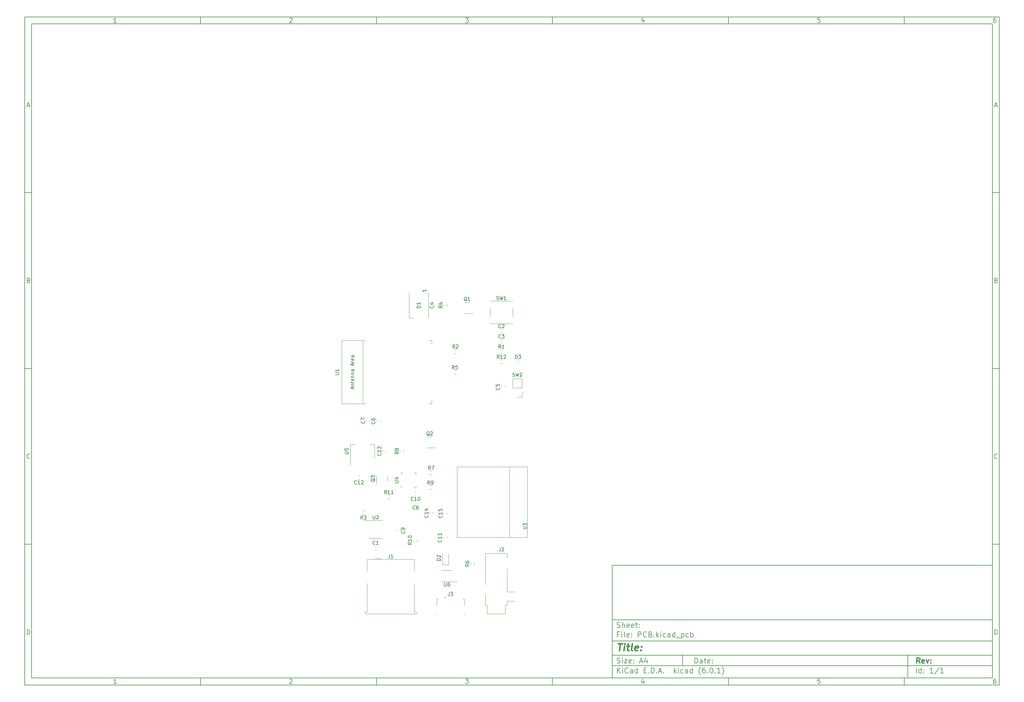
<source format=gbr>
G04 #@! TF.GenerationSoftware,KiCad,Pcbnew,(6.0.1)*
G04 #@! TF.CreationDate,2022-03-03T18:34:41-08:00*
G04 #@! TF.ProjectId,PCB,5043422e-6b69-4636-9164-5f7063625858,rev?*
G04 #@! TF.SameCoordinates,Original*
G04 #@! TF.FileFunction,Legend,Top*
G04 #@! TF.FilePolarity,Positive*
%FSLAX46Y46*%
G04 Gerber Fmt 4.6, Leading zero omitted, Abs format (unit mm)*
G04 Created by KiCad (PCBNEW (6.0.1)) date 2022-03-03 18:34:41*
%MOMM*%
%LPD*%
G01*
G04 APERTURE LIST*
%ADD10C,0.100000*%
%ADD11C,0.150000*%
%ADD12C,0.300000*%
%ADD13C,0.400000*%
%ADD14C,0.120000*%
G04 APERTURE END LIST*
D10*
D11*
X177002200Y-166007200D02*
X177002200Y-198007200D01*
X285002200Y-198007200D01*
X285002200Y-166007200D01*
X177002200Y-166007200D01*
D10*
D11*
X10000000Y-10000000D02*
X10000000Y-200007200D01*
X287002200Y-200007200D01*
X287002200Y-10000000D01*
X10000000Y-10000000D01*
D10*
D11*
X12000000Y-12000000D02*
X12000000Y-198007200D01*
X285002200Y-198007200D01*
X285002200Y-12000000D01*
X12000000Y-12000000D01*
D10*
D11*
X60000000Y-12000000D02*
X60000000Y-10000000D01*
D10*
D11*
X110000000Y-12000000D02*
X110000000Y-10000000D01*
D10*
D11*
X160000000Y-12000000D02*
X160000000Y-10000000D01*
D10*
D11*
X210000000Y-12000000D02*
X210000000Y-10000000D01*
D10*
D11*
X260000000Y-12000000D02*
X260000000Y-10000000D01*
D10*
D11*
X36065476Y-11588095D02*
X35322619Y-11588095D01*
X35694047Y-11588095D02*
X35694047Y-10288095D01*
X35570238Y-10473809D01*
X35446428Y-10597619D01*
X35322619Y-10659523D01*
D10*
D11*
X85322619Y-10411904D02*
X85384523Y-10350000D01*
X85508333Y-10288095D01*
X85817857Y-10288095D01*
X85941666Y-10350000D01*
X86003571Y-10411904D01*
X86065476Y-10535714D01*
X86065476Y-10659523D01*
X86003571Y-10845238D01*
X85260714Y-11588095D01*
X86065476Y-11588095D01*
D10*
D11*
X135260714Y-10288095D02*
X136065476Y-10288095D01*
X135632142Y-10783333D01*
X135817857Y-10783333D01*
X135941666Y-10845238D01*
X136003571Y-10907142D01*
X136065476Y-11030952D01*
X136065476Y-11340476D01*
X136003571Y-11464285D01*
X135941666Y-11526190D01*
X135817857Y-11588095D01*
X135446428Y-11588095D01*
X135322619Y-11526190D01*
X135260714Y-11464285D01*
D10*
D11*
X185941666Y-10721428D02*
X185941666Y-11588095D01*
X185632142Y-10226190D02*
X185322619Y-11154761D01*
X186127380Y-11154761D01*
D10*
D11*
X236003571Y-10288095D02*
X235384523Y-10288095D01*
X235322619Y-10907142D01*
X235384523Y-10845238D01*
X235508333Y-10783333D01*
X235817857Y-10783333D01*
X235941666Y-10845238D01*
X236003571Y-10907142D01*
X236065476Y-11030952D01*
X236065476Y-11340476D01*
X236003571Y-11464285D01*
X235941666Y-11526190D01*
X235817857Y-11588095D01*
X235508333Y-11588095D01*
X235384523Y-11526190D01*
X235322619Y-11464285D01*
D10*
D11*
X285941666Y-10288095D02*
X285694047Y-10288095D01*
X285570238Y-10350000D01*
X285508333Y-10411904D01*
X285384523Y-10597619D01*
X285322619Y-10845238D01*
X285322619Y-11340476D01*
X285384523Y-11464285D01*
X285446428Y-11526190D01*
X285570238Y-11588095D01*
X285817857Y-11588095D01*
X285941666Y-11526190D01*
X286003571Y-11464285D01*
X286065476Y-11340476D01*
X286065476Y-11030952D01*
X286003571Y-10907142D01*
X285941666Y-10845238D01*
X285817857Y-10783333D01*
X285570238Y-10783333D01*
X285446428Y-10845238D01*
X285384523Y-10907142D01*
X285322619Y-11030952D01*
D10*
D11*
X60000000Y-198007200D02*
X60000000Y-200007200D01*
D10*
D11*
X110000000Y-198007200D02*
X110000000Y-200007200D01*
D10*
D11*
X160000000Y-198007200D02*
X160000000Y-200007200D01*
D10*
D11*
X210000000Y-198007200D02*
X210000000Y-200007200D01*
D10*
D11*
X260000000Y-198007200D02*
X260000000Y-200007200D01*
D10*
D11*
X36065476Y-199595295D02*
X35322619Y-199595295D01*
X35694047Y-199595295D02*
X35694047Y-198295295D01*
X35570238Y-198481009D01*
X35446428Y-198604819D01*
X35322619Y-198666723D01*
D10*
D11*
X85322619Y-198419104D02*
X85384523Y-198357200D01*
X85508333Y-198295295D01*
X85817857Y-198295295D01*
X85941666Y-198357200D01*
X86003571Y-198419104D01*
X86065476Y-198542914D01*
X86065476Y-198666723D01*
X86003571Y-198852438D01*
X85260714Y-199595295D01*
X86065476Y-199595295D01*
D10*
D11*
X135260714Y-198295295D02*
X136065476Y-198295295D01*
X135632142Y-198790533D01*
X135817857Y-198790533D01*
X135941666Y-198852438D01*
X136003571Y-198914342D01*
X136065476Y-199038152D01*
X136065476Y-199347676D01*
X136003571Y-199471485D01*
X135941666Y-199533390D01*
X135817857Y-199595295D01*
X135446428Y-199595295D01*
X135322619Y-199533390D01*
X135260714Y-199471485D01*
D10*
D11*
X185941666Y-198728628D02*
X185941666Y-199595295D01*
X185632142Y-198233390D02*
X185322619Y-199161961D01*
X186127380Y-199161961D01*
D10*
D11*
X236003571Y-198295295D02*
X235384523Y-198295295D01*
X235322619Y-198914342D01*
X235384523Y-198852438D01*
X235508333Y-198790533D01*
X235817857Y-198790533D01*
X235941666Y-198852438D01*
X236003571Y-198914342D01*
X236065476Y-199038152D01*
X236065476Y-199347676D01*
X236003571Y-199471485D01*
X235941666Y-199533390D01*
X235817857Y-199595295D01*
X235508333Y-199595295D01*
X235384523Y-199533390D01*
X235322619Y-199471485D01*
D10*
D11*
X285941666Y-198295295D02*
X285694047Y-198295295D01*
X285570238Y-198357200D01*
X285508333Y-198419104D01*
X285384523Y-198604819D01*
X285322619Y-198852438D01*
X285322619Y-199347676D01*
X285384523Y-199471485D01*
X285446428Y-199533390D01*
X285570238Y-199595295D01*
X285817857Y-199595295D01*
X285941666Y-199533390D01*
X286003571Y-199471485D01*
X286065476Y-199347676D01*
X286065476Y-199038152D01*
X286003571Y-198914342D01*
X285941666Y-198852438D01*
X285817857Y-198790533D01*
X285570238Y-198790533D01*
X285446428Y-198852438D01*
X285384523Y-198914342D01*
X285322619Y-199038152D01*
D10*
D11*
X10000000Y-60000000D02*
X12000000Y-60000000D01*
D10*
D11*
X10000000Y-110000000D02*
X12000000Y-110000000D01*
D10*
D11*
X10000000Y-160000000D02*
X12000000Y-160000000D01*
D10*
D11*
X10690476Y-35216666D02*
X11309523Y-35216666D01*
X10566666Y-35588095D02*
X11000000Y-34288095D01*
X11433333Y-35588095D01*
D10*
D11*
X11092857Y-84907142D02*
X11278571Y-84969047D01*
X11340476Y-85030952D01*
X11402380Y-85154761D01*
X11402380Y-85340476D01*
X11340476Y-85464285D01*
X11278571Y-85526190D01*
X11154761Y-85588095D01*
X10659523Y-85588095D01*
X10659523Y-84288095D01*
X11092857Y-84288095D01*
X11216666Y-84350000D01*
X11278571Y-84411904D01*
X11340476Y-84535714D01*
X11340476Y-84659523D01*
X11278571Y-84783333D01*
X11216666Y-84845238D01*
X11092857Y-84907142D01*
X10659523Y-84907142D01*
D10*
D11*
X11402380Y-135464285D02*
X11340476Y-135526190D01*
X11154761Y-135588095D01*
X11030952Y-135588095D01*
X10845238Y-135526190D01*
X10721428Y-135402380D01*
X10659523Y-135278571D01*
X10597619Y-135030952D01*
X10597619Y-134845238D01*
X10659523Y-134597619D01*
X10721428Y-134473809D01*
X10845238Y-134350000D01*
X11030952Y-134288095D01*
X11154761Y-134288095D01*
X11340476Y-134350000D01*
X11402380Y-134411904D01*
D10*
D11*
X10659523Y-185588095D02*
X10659523Y-184288095D01*
X10969047Y-184288095D01*
X11154761Y-184350000D01*
X11278571Y-184473809D01*
X11340476Y-184597619D01*
X11402380Y-184845238D01*
X11402380Y-185030952D01*
X11340476Y-185278571D01*
X11278571Y-185402380D01*
X11154761Y-185526190D01*
X10969047Y-185588095D01*
X10659523Y-185588095D01*
D10*
D11*
X287002200Y-60000000D02*
X285002200Y-60000000D01*
D10*
D11*
X287002200Y-110000000D02*
X285002200Y-110000000D01*
D10*
D11*
X287002200Y-160000000D02*
X285002200Y-160000000D01*
D10*
D11*
X285692676Y-35216666D02*
X286311723Y-35216666D01*
X285568866Y-35588095D02*
X286002200Y-34288095D01*
X286435533Y-35588095D01*
D10*
D11*
X286095057Y-84907142D02*
X286280771Y-84969047D01*
X286342676Y-85030952D01*
X286404580Y-85154761D01*
X286404580Y-85340476D01*
X286342676Y-85464285D01*
X286280771Y-85526190D01*
X286156961Y-85588095D01*
X285661723Y-85588095D01*
X285661723Y-84288095D01*
X286095057Y-84288095D01*
X286218866Y-84350000D01*
X286280771Y-84411904D01*
X286342676Y-84535714D01*
X286342676Y-84659523D01*
X286280771Y-84783333D01*
X286218866Y-84845238D01*
X286095057Y-84907142D01*
X285661723Y-84907142D01*
D10*
D11*
X286404580Y-135464285D02*
X286342676Y-135526190D01*
X286156961Y-135588095D01*
X286033152Y-135588095D01*
X285847438Y-135526190D01*
X285723628Y-135402380D01*
X285661723Y-135278571D01*
X285599819Y-135030952D01*
X285599819Y-134845238D01*
X285661723Y-134597619D01*
X285723628Y-134473809D01*
X285847438Y-134350000D01*
X286033152Y-134288095D01*
X286156961Y-134288095D01*
X286342676Y-134350000D01*
X286404580Y-134411904D01*
D10*
D11*
X285661723Y-185588095D02*
X285661723Y-184288095D01*
X285971247Y-184288095D01*
X286156961Y-184350000D01*
X286280771Y-184473809D01*
X286342676Y-184597619D01*
X286404580Y-184845238D01*
X286404580Y-185030952D01*
X286342676Y-185278571D01*
X286280771Y-185402380D01*
X286156961Y-185526190D01*
X285971247Y-185588095D01*
X285661723Y-185588095D01*
D10*
D11*
X200434342Y-193785771D02*
X200434342Y-192285771D01*
X200791485Y-192285771D01*
X201005771Y-192357200D01*
X201148628Y-192500057D01*
X201220057Y-192642914D01*
X201291485Y-192928628D01*
X201291485Y-193142914D01*
X201220057Y-193428628D01*
X201148628Y-193571485D01*
X201005771Y-193714342D01*
X200791485Y-193785771D01*
X200434342Y-193785771D01*
X202577200Y-193785771D02*
X202577200Y-193000057D01*
X202505771Y-192857200D01*
X202362914Y-192785771D01*
X202077200Y-192785771D01*
X201934342Y-192857200D01*
X202577200Y-193714342D02*
X202434342Y-193785771D01*
X202077200Y-193785771D01*
X201934342Y-193714342D01*
X201862914Y-193571485D01*
X201862914Y-193428628D01*
X201934342Y-193285771D01*
X202077200Y-193214342D01*
X202434342Y-193214342D01*
X202577200Y-193142914D01*
X203077200Y-192785771D02*
X203648628Y-192785771D01*
X203291485Y-192285771D02*
X203291485Y-193571485D01*
X203362914Y-193714342D01*
X203505771Y-193785771D01*
X203648628Y-193785771D01*
X204720057Y-193714342D02*
X204577200Y-193785771D01*
X204291485Y-193785771D01*
X204148628Y-193714342D01*
X204077200Y-193571485D01*
X204077200Y-193000057D01*
X204148628Y-192857200D01*
X204291485Y-192785771D01*
X204577200Y-192785771D01*
X204720057Y-192857200D01*
X204791485Y-193000057D01*
X204791485Y-193142914D01*
X204077200Y-193285771D01*
X205434342Y-193642914D02*
X205505771Y-193714342D01*
X205434342Y-193785771D01*
X205362914Y-193714342D01*
X205434342Y-193642914D01*
X205434342Y-193785771D01*
X205434342Y-192857200D02*
X205505771Y-192928628D01*
X205434342Y-193000057D01*
X205362914Y-192928628D01*
X205434342Y-192857200D01*
X205434342Y-193000057D01*
D10*
D11*
X177002200Y-194507200D02*
X285002200Y-194507200D01*
D10*
D11*
X178434342Y-196585771D02*
X178434342Y-195085771D01*
X179291485Y-196585771D02*
X178648628Y-195728628D01*
X179291485Y-195085771D02*
X178434342Y-195942914D01*
X179934342Y-196585771D02*
X179934342Y-195585771D01*
X179934342Y-195085771D02*
X179862914Y-195157200D01*
X179934342Y-195228628D01*
X180005771Y-195157200D01*
X179934342Y-195085771D01*
X179934342Y-195228628D01*
X181505771Y-196442914D02*
X181434342Y-196514342D01*
X181220057Y-196585771D01*
X181077200Y-196585771D01*
X180862914Y-196514342D01*
X180720057Y-196371485D01*
X180648628Y-196228628D01*
X180577200Y-195942914D01*
X180577200Y-195728628D01*
X180648628Y-195442914D01*
X180720057Y-195300057D01*
X180862914Y-195157200D01*
X181077200Y-195085771D01*
X181220057Y-195085771D01*
X181434342Y-195157200D01*
X181505771Y-195228628D01*
X182791485Y-196585771D02*
X182791485Y-195800057D01*
X182720057Y-195657200D01*
X182577200Y-195585771D01*
X182291485Y-195585771D01*
X182148628Y-195657200D01*
X182791485Y-196514342D02*
X182648628Y-196585771D01*
X182291485Y-196585771D01*
X182148628Y-196514342D01*
X182077200Y-196371485D01*
X182077200Y-196228628D01*
X182148628Y-196085771D01*
X182291485Y-196014342D01*
X182648628Y-196014342D01*
X182791485Y-195942914D01*
X184148628Y-196585771D02*
X184148628Y-195085771D01*
X184148628Y-196514342D02*
X184005771Y-196585771D01*
X183720057Y-196585771D01*
X183577200Y-196514342D01*
X183505771Y-196442914D01*
X183434342Y-196300057D01*
X183434342Y-195871485D01*
X183505771Y-195728628D01*
X183577200Y-195657200D01*
X183720057Y-195585771D01*
X184005771Y-195585771D01*
X184148628Y-195657200D01*
X186005771Y-195800057D02*
X186505771Y-195800057D01*
X186720057Y-196585771D02*
X186005771Y-196585771D01*
X186005771Y-195085771D01*
X186720057Y-195085771D01*
X187362914Y-196442914D02*
X187434342Y-196514342D01*
X187362914Y-196585771D01*
X187291485Y-196514342D01*
X187362914Y-196442914D01*
X187362914Y-196585771D01*
X188077200Y-196585771D02*
X188077200Y-195085771D01*
X188434342Y-195085771D01*
X188648628Y-195157200D01*
X188791485Y-195300057D01*
X188862914Y-195442914D01*
X188934342Y-195728628D01*
X188934342Y-195942914D01*
X188862914Y-196228628D01*
X188791485Y-196371485D01*
X188648628Y-196514342D01*
X188434342Y-196585771D01*
X188077200Y-196585771D01*
X189577200Y-196442914D02*
X189648628Y-196514342D01*
X189577200Y-196585771D01*
X189505771Y-196514342D01*
X189577200Y-196442914D01*
X189577200Y-196585771D01*
X190220057Y-196157200D02*
X190934342Y-196157200D01*
X190077200Y-196585771D02*
X190577200Y-195085771D01*
X191077200Y-196585771D01*
X191577200Y-196442914D02*
X191648628Y-196514342D01*
X191577200Y-196585771D01*
X191505771Y-196514342D01*
X191577200Y-196442914D01*
X191577200Y-196585771D01*
X194577200Y-196585771D02*
X194577200Y-195085771D01*
X194720057Y-196014342D02*
X195148628Y-196585771D01*
X195148628Y-195585771D02*
X194577200Y-196157200D01*
X195791485Y-196585771D02*
X195791485Y-195585771D01*
X195791485Y-195085771D02*
X195720057Y-195157200D01*
X195791485Y-195228628D01*
X195862914Y-195157200D01*
X195791485Y-195085771D01*
X195791485Y-195228628D01*
X197148628Y-196514342D02*
X197005771Y-196585771D01*
X196720057Y-196585771D01*
X196577200Y-196514342D01*
X196505771Y-196442914D01*
X196434342Y-196300057D01*
X196434342Y-195871485D01*
X196505771Y-195728628D01*
X196577200Y-195657200D01*
X196720057Y-195585771D01*
X197005771Y-195585771D01*
X197148628Y-195657200D01*
X198434342Y-196585771D02*
X198434342Y-195800057D01*
X198362914Y-195657200D01*
X198220057Y-195585771D01*
X197934342Y-195585771D01*
X197791485Y-195657200D01*
X198434342Y-196514342D02*
X198291485Y-196585771D01*
X197934342Y-196585771D01*
X197791485Y-196514342D01*
X197720057Y-196371485D01*
X197720057Y-196228628D01*
X197791485Y-196085771D01*
X197934342Y-196014342D01*
X198291485Y-196014342D01*
X198434342Y-195942914D01*
X199791485Y-196585771D02*
X199791485Y-195085771D01*
X199791485Y-196514342D02*
X199648628Y-196585771D01*
X199362914Y-196585771D01*
X199220057Y-196514342D01*
X199148628Y-196442914D01*
X199077200Y-196300057D01*
X199077200Y-195871485D01*
X199148628Y-195728628D01*
X199220057Y-195657200D01*
X199362914Y-195585771D01*
X199648628Y-195585771D01*
X199791485Y-195657200D01*
X202077200Y-197157200D02*
X202005771Y-197085771D01*
X201862914Y-196871485D01*
X201791485Y-196728628D01*
X201720057Y-196514342D01*
X201648628Y-196157200D01*
X201648628Y-195871485D01*
X201720057Y-195514342D01*
X201791485Y-195300057D01*
X201862914Y-195157200D01*
X202005771Y-194942914D01*
X202077200Y-194871485D01*
X203291485Y-195085771D02*
X203005771Y-195085771D01*
X202862914Y-195157200D01*
X202791485Y-195228628D01*
X202648628Y-195442914D01*
X202577200Y-195728628D01*
X202577200Y-196300057D01*
X202648628Y-196442914D01*
X202720057Y-196514342D01*
X202862914Y-196585771D01*
X203148628Y-196585771D01*
X203291485Y-196514342D01*
X203362914Y-196442914D01*
X203434342Y-196300057D01*
X203434342Y-195942914D01*
X203362914Y-195800057D01*
X203291485Y-195728628D01*
X203148628Y-195657200D01*
X202862914Y-195657200D01*
X202720057Y-195728628D01*
X202648628Y-195800057D01*
X202577200Y-195942914D01*
X204077200Y-196442914D02*
X204148628Y-196514342D01*
X204077200Y-196585771D01*
X204005771Y-196514342D01*
X204077200Y-196442914D01*
X204077200Y-196585771D01*
X205077200Y-195085771D02*
X205220057Y-195085771D01*
X205362914Y-195157200D01*
X205434342Y-195228628D01*
X205505771Y-195371485D01*
X205577200Y-195657200D01*
X205577200Y-196014342D01*
X205505771Y-196300057D01*
X205434342Y-196442914D01*
X205362914Y-196514342D01*
X205220057Y-196585771D01*
X205077200Y-196585771D01*
X204934342Y-196514342D01*
X204862914Y-196442914D01*
X204791485Y-196300057D01*
X204720057Y-196014342D01*
X204720057Y-195657200D01*
X204791485Y-195371485D01*
X204862914Y-195228628D01*
X204934342Y-195157200D01*
X205077200Y-195085771D01*
X206220057Y-196442914D02*
X206291485Y-196514342D01*
X206220057Y-196585771D01*
X206148628Y-196514342D01*
X206220057Y-196442914D01*
X206220057Y-196585771D01*
X207720057Y-196585771D02*
X206862914Y-196585771D01*
X207291485Y-196585771D02*
X207291485Y-195085771D01*
X207148628Y-195300057D01*
X207005771Y-195442914D01*
X206862914Y-195514342D01*
X208220057Y-197157200D02*
X208291485Y-197085771D01*
X208434342Y-196871485D01*
X208505771Y-196728628D01*
X208577200Y-196514342D01*
X208648628Y-196157200D01*
X208648628Y-195871485D01*
X208577200Y-195514342D01*
X208505771Y-195300057D01*
X208434342Y-195157200D01*
X208291485Y-194942914D01*
X208220057Y-194871485D01*
D10*
D11*
X177002200Y-191507200D02*
X285002200Y-191507200D01*
D10*
D12*
X264411485Y-193785771D02*
X263911485Y-193071485D01*
X263554342Y-193785771D02*
X263554342Y-192285771D01*
X264125771Y-192285771D01*
X264268628Y-192357200D01*
X264340057Y-192428628D01*
X264411485Y-192571485D01*
X264411485Y-192785771D01*
X264340057Y-192928628D01*
X264268628Y-193000057D01*
X264125771Y-193071485D01*
X263554342Y-193071485D01*
X265625771Y-193714342D02*
X265482914Y-193785771D01*
X265197200Y-193785771D01*
X265054342Y-193714342D01*
X264982914Y-193571485D01*
X264982914Y-193000057D01*
X265054342Y-192857200D01*
X265197200Y-192785771D01*
X265482914Y-192785771D01*
X265625771Y-192857200D01*
X265697200Y-193000057D01*
X265697200Y-193142914D01*
X264982914Y-193285771D01*
X266197200Y-192785771D02*
X266554342Y-193785771D01*
X266911485Y-192785771D01*
X267482914Y-193642914D02*
X267554342Y-193714342D01*
X267482914Y-193785771D01*
X267411485Y-193714342D01*
X267482914Y-193642914D01*
X267482914Y-193785771D01*
X267482914Y-192857200D02*
X267554342Y-192928628D01*
X267482914Y-193000057D01*
X267411485Y-192928628D01*
X267482914Y-192857200D01*
X267482914Y-193000057D01*
D10*
D11*
X178362914Y-193714342D02*
X178577200Y-193785771D01*
X178934342Y-193785771D01*
X179077200Y-193714342D01*
X179148628Y-193642914D01*
X179220057Y-193500057D01*
X179220057Y-193357200D01*
X179148628Y-193214342D01*
X179077200Y-193142914D01*
X178934342Y-193071485D01*
X178648628Y-193000057D01*
X178505771Y-192928628D01*
X178434342Y-192857200D01*
X178362914Y-192714342D01*
X178362914Y-192571485D01*
X178434342Y-192428628D01*
X178505771Y-192357200D01*
X178648628Y-192285771D01*
X179005771Y-192285771D01*
X179220057Y-192357200D01*
X179862914Y-193785771D02*
X179862914Y-192785771D01*
X179862914Y-192285771D02*
X179791485Y-192357200D01*
X179862914Y-192428628D01*
X179934342Y-192357200D01*
X179862914Y-192285771D01*
X179862914Y-192428628D01*
X180434342Y-192785771D02*
X181220057Y-192785771D01*
X180434342Y-193785771D01*
X181220057Y-193785771D01*
X182362914Y-193714342D02*
X182220057Y-193785771D01*
X181934342Y-193785771D01*
X181791485Y-193714342D01*
X181720057Y-193571485D01*
X181720057Y-193000057D01*
X181791485Y-192857200D01*
X181934342Y-192785771D01*
X182220057Y-192785771D01*
X182362914Y-192857200D01*
X182434342Y-193000057D01*
X182434342Y-193142914D01*
X181720057Y-193285771D01*
X183077200Y-193642914D02*
X183148628Y-193714342D01*
X183077200Y-193785771D01*
X183005771Y-193714342D01*
X183077200Y-193642914D01*
X183077200Y-193785771D01*
X183077200Y-192857200D02*
X183148628Y-192928628D01*
X183077200Y-193000057D01*
X183005771Y-192928628D01*
X183077200Y-192857200D01*
X183077200Y-193000057D01*
X184862914Y-193357200D02*
X185577200Y-193357200D01*
X184720057Y-193785771D02*
X185220057Y-192285771D01*
X185720057Y-193785771D01*
X186862914Y-192785771D02*
X186862914Y-193785771D01*
X186505771Y-192214342D02*
X186148628Y-193285771D01*
X187077200Y-193285771D01*
D10*
D11*
X263434342Y-196585771D02*
X263434342Y-195085771D01*
X264791485Y-196585771D02*
X264791485Y-195085771D01*
X264791485Y-196514342D02*
X264648628Y-196585771D01*
X264362914Y-196585771D01*
X264220057Y-196514342D01*
X264148628Y-196442914D01*
X264077200Y-196300057D01*
X264077200Y-195871485D01*
X264148628Y-195728628D01*
X264220057Y-195657200D01*
X264362914Y-195585771D01*
X264648628Y-195585771D01*
X264791485Y-195657200D01*
X265505771Y-196442914D02*
X265577200Y-196514342D01*
X265505771Y-196585771D01*
X265434342Y-196514342D01*
X265505771Y-196442914D01*
X265505771Y-196585771D01*
X265505771Y-195657200D02*
X265577200Y-195728628D01*
X265505771Y-195800057D01*
X265434342Y-195728628D01*
X265505771Y-195657200D01*
X265505771Y-195800057D01*
X268148628Y-196585771D02*
X267291485Y-196585771D01*
X267720057Y-196585771D02*
X267720057Y-195085771D01*
X267577200Y-195300057D01*
X267434342Y-195442914D01*
X267291485Y-195514342D01*
X269862914Y-195014342D02*
X268577200Y-196942914D01*
X271148628Y-196585771D02*
X270291485Y-196585771D01*
X270720057Y-196585771D02*
X270720057Y-195085771D01*
X270577200Y-195300057D01*
X270434342Y-195442914D01*
X270291485Y-195514342D01*
D10*
D11*
X177002200Y-187507200D02*
X285002200Y-187507200D01*
D10*
D13*
X178714580Y-188211961D02*
X179857438Y-188211961D01*
X179036009Y-190211961D02*
X179286009Y-188211961D01*
X180274104Y-190211961D02*
X180440771Y-188878628D01*
X180524104Y-188211961D02*
X180416961Y-188307200D01*
X180500295Y-188402438D01*
X180607438Y-188307200D01*
X180524104Y-188211961D01*
X180500295Y-188402438D01*
X181107438Y-188878628D02*
X181869342Y-188878628D01*
X181476485Y-188211961D02*
X181262200Y-189926247D01*
X181333628Y-190116723D01*
X181512200Y-190211961D01*
X181702676Y-190211961D01*
X182655057Y-190211961D02*
X182476485Y-190116723D01*
X182405057Y-189926247D01*
X182619342Y-188211961D01*
X184190771Y-190116723D02*
X183988390Y-190211961D01*
X183607438Y-190211961D01*
X183428866Y-190116723D01*
X183357438Y-189926247D01*
X183452676Y-189164342D01*
X183571723Y-188973866D01*
X183774104Y-188878628D01*
X184155057Y-188878628D01*
X184333628Y-188973866D01*
X184405057Y-189164342D01*
X184381247Y-189354819D01*
X183405057Y-189545295D01*
X185155057Y-190021485D02*
X185238390Y-190116723D01*
X185131247Y-190211961D01*
X185047914Y-190116723D01*
X185155057Y-190021485D01*
X185131247Y-190211961D01*
X185286009Y-188973866D02*
X185369342Y-189069104D01*
X185262200Y-189164342D01*
X185178866Y-189069104D01*
X185286009Y-188973866D01*
X185262200Y-189164342D01*
D10*
D11*
X178934342Y-185600057D02*
X178434342Y-185600057D01*
X178434342Y-186385771D02*
X178434342Y-184885771D01*
X179148628Y-184885771D01*
X179720057Y-186385771D02*
X179720057Y-185385771D01*
X179720057Y-184885771D02*
X179648628Y-184957200D01*
X179720057Y-185028628D01*
X179791485Y-184957200D01*
X179720057Y-184885771D01*
X179720057Y-185028628D01*
X180648628Y-186385771D02*
X180505771Y-186314342D01*
X180434342Y-186171485D01*
X180434342Y-184885771D01*
X181791485Y-186314342D02*
X181648628Y-186385771D01*
X181362914Y-186385771D01*
X181220057Y-186314342D01*
X181148628Y-186171485D01*
X181148628Y-185600057D01*
X181220057Y-185457200D01*
X181362914Y-185385771D01*
X181648628Y-185385771D01*
X181791485Y-185457200D01*
X181862914Y-185600057D01*
X181862914Y-185742914D01*
X181148628Y-185885771D01*
X182505771Y-186242914D02*
X182577200Y-186314342D01*
X182505771Y-186385771D01*
X182434342Y-186314342D01*
X182505771Y-186242914D01*
X182505771Y-186385771D01*
X182505771Y-185457200D02*
X182577200Y-185528628D01*
X182505771Y-185600057D01*
X182434342Y-185528628D01*
X182505771Y-185457200D01*
X182505771Y-185600057D01*
X184362914Y-186385771D02*
X184362914Y-184885771D01*
X184934342Y-184885771D01*
X185077200Y-184957200D01*
X185148628Y-185028628D01*
X185220057Y-185171485D01*
X185220057Y-185385771D01*
X185148628Y-185528628D01*
X185077200Y-185600057D01*
X184934342Y-185671485D01*
X184362914Y-185671485D01*
X186720057Y-186242914D02*
X186648628Y-186314342D01*
X186434342Y-186385771D01*
X186291485Y-186385771D01*
X186077200Y-186314342D01*
X185934342Y-186171485D01*
X185862914Y-186028628D01*
X185791485Y-185742914D01*
X185791485Y-185528628D01*
X185862914Y-185242914D01*
X185934342Y-185100057D01*
X186077200Y-184957200D01*
X186291485Y-184885771D01*
X186434342Y-184885771D01*
X186648628Y-184957200D01*
X186720057Y-185028628D01*
X187862914Y-185600057D02*
X188077200Y-185671485D01*
X188148628Y-185742914D01*
X188220057Y-185885771D01*
X188220057Y-186100057D01*
X188148628Y-186242914D01*
X188077200Y-186314342D01*
X187934342Y-186385771D01*
X187362914Y-186385771D01*
X187362914Y-184885771D01*
X187862914Y-184885771D01*
X188005771Y-184957200D01*
X188077200Y-185028628D01*
X188148628Y-185171485D01*
X188148628Y-185314342D01*
X188077200Y-185457200D01*
X188005771Y-185528628D01*
X187862914Y-185600057D01*
X187362914Y-185600057D01*
X188862914Y-186242914D02*
X188934342Y-186314342D01*
X188862914Y-186385771D01*
X188791485Y-186314342D01*
X188862914Y-186242914D01*
X188862914Y-186385771D01*
X189577200Y-186385771D02*
X189577200Y-184885771D01*
X189720057Y-185814342D02*
X190148628Y-186385771D01*
X190148628Y-185385771D02*
X189577200Y-185957200D01*
X190791485Y-186385771D02*
X190791485Y-185385771D01*
X190791485Y-184885771D02*
X190720057Y-184957200D01*
X190791485Y-185028628D01*
X190862914Y-184957200D01*
X190791485Y-184885771D01*
X190791485Y-185028628D01*
X192148628Y-186314342D02*
X192005771Y-186385771D01*
X191720057Y-186385771D01*
X191577200Y-186314342D01*
X191505771Y-186242914D01*
X191434342Y-186100057D01*
X191434342Y-185671485D01*
X191505771Y-185528628D01*
X191577200Y-185457200D01*
X191720057Y-185385771D01*
X192005771Y-185385771D01*
X192148628Y-185457200D01*
X193434342Y-186385771D02*
X193434342Y-185600057D01*
X193362914Y-185457200D01*
X193220057Y-185385771D01*
X192934342Y-185385771D01*
X192791485Y-185457200D01*
X193434342Y-186314342D02*
X193291485Y-186385771D01*
X192934342Y-186385771D01*
X192791485Y-186314342D01*
X192720057Y-186171485D01*
X192720057Y-186028628D01*
X192791485Y-185885771D01*
X192934342Y-185814342D01*
X193291485Y-185814342D01*
X193434342Y-185742914D01*
X194791485Y-186385771D02*
X194791485Y-184885771D01*
X194791485Y-186314342D02*
X194648628Y-186385771D01*
X194362914Y-186385771D01*
X194220057Y-186314342D01*
X194148628Y-186242914D01*
X194077200Y-186100057D01*
X194077200Y-185671485D01*
X194148628Y-185528628D01*
X194220057Y-185457200D01*
X194362914Y-185385771D01*
X194648628Y-185385771D01*
X194791485Y-185457200D01*
X195148628Y-186528628D02*
X196291485Y-186528628D01*
X196648628Y-185385771D02*
X196648628Y-186885771D01*
X196648628Y-185457200D02*
X196791485Y-185385771D01*
X197077200Y-185385771D01*
X197220057Y-185457200D01*
X197291485Y-185528628D01*
X197362914Y-185671485D01*
X197362914Y-186100057D01*
X197291485Y-186242914D01*
X197220057Y-186314342D01*
X197077200Y-186385771D01*
X196791485Y-186385771D01*
X196648628Y-186314342D01*
X198648628Y-186314342D02*
X198505771Y-186385771D01*
X198220057Y-186385771D01*
X198077200Y-186314342D01*
X198005771Y-186242914D01*
X197934342Y-186100057D01*
X197934342Y-185671485D01*
X198005771Y-185528628D01*
X198077200Y-185457200D01*
X198220057Y-185385771D01*
X198505771Y-185385771D01*
X198648628Y-185457200D01*
X199291485Y-186385771D02*
X199291485Y-184885771D01*
X199291485Y-185457200D02*
X199434342Y-185385771D01*
X199720057Y-185385771D01*
X199862914Y-185457200D01*
X199934342Y-185528628D01*
X200005771Y-185671485D01*
X200005771Y-186100057D01*
X199934342Y-186242914D01*
X199862914Y-186314342D01*
X199720057Y-186385771D01*
X199434342Y-186385771D01*
X199291485Y-186314342D01*
D10*
D11*
X177002200Y-181507200D02*
X285002200Y-181507200D01*
D10*
D11*
X178362914Y-183614342D02*
X178577200Y-183685771D01*
X178934342Y-183685771D01*
X179077200Y-183614342D01*
X179148628Y-183542914D01*
X179220057Y-183400057D01*
X179220057Y-183257200D01*
X179148628Y-183114342D01*
X179077200Y-183042914D01*
X178934342Y-182971485D01*
X178648628Y-182900057D01*
X178505771Y-182828628D01*
X178434342Y-182757200D01*
X178362914Y-182614342D01*
X178362914Y-182471485D01*
X178434342Y-182328628D01*
X178505771Y-182257200D01*
X178648628Y-182185771D01*
X179005771Y-182185771D01*
X179220057Y-182257200D01*
X179862914Y-183685771D02*
X179862914Y-182185771D01*
X180505771Y-183685771D02*
X180505771Y-182900057D01*
X180434342Y-182757200D01*
X180291485Y-182685771D01*
X180077200Y-182685771D01*
X179934342Y-182757200D01*
X179862914Y-182828628D01*
X181791485Y-183614342D02*
X181648628Y-183685771D01*
X181362914Y-183685771D01*
X181220057Y-183614342D01*
X181148628Y-183471485D01*
X181148628Y-182900057D01*
X181220057Y-182757200D01*
X181362914Y-182685771D01*
X181648628Y-182685771D01*
X181791485Y-182757200D01*
X181862914Y-182900057D01*
X181862914Y-183042914D01*
X181148628Y-183185771D01*
X183077200Y-183614342D02*
X182934342Y-183685771D01*
X182648628Y-183685771D01*
X182505771Y-183614342D01*
X182434342Y-183471485D01*
X182434342Y-182900057D01*
X182505771Y-182757200D01*
X182648628Y-182685771D01*
X182934342Y-182685771D01*
X183077200Y-182757200D01*
X183148628Y-182900057D01*
X183148628Y-183042914D01*
X182434342Y-183185771D01*
X183577200Y-182685771D02*
X184148628Y-182685771D01*
X183791485Y-182185771D02*
X183791485Y-183471485D01*
X183862914Y-183614342D01*
X184005771Y-183685771D01*
X184148628Y-183685771D01*
X184648628Y-183542914D02*
X184720057Y-183614342D01*
X184648628Y-183685771D01*
X184577200Y-183614342D01*
X184648628Y-183542914D01*
X184648628Y-183685771D01*
X184648628Y-182757200D02*
X184720057Y-182828628D01*
X184648628Y-182900057D01*
X184577200Y-182828628D01*
X184648628Y-182757200D01*
X184648628Y-182900057D01*
D10*
D12*
D10*
D11*
D10*
D11*
D10*
D11*
D10*
D11*
D10*
D11*
X197002200Y-191507200D02*
X197002200Y-194507200D01*
D10*
D11*
X261002200Y-191507200D02*
X261002200Y-198007200D01*
G04 #@! TO.C,D3*
X149461904Y-107152380D02*
X149461904Y-106152380D01*
X149700000Y-106152380D01*
X149842857Y-106200000D01*
X149938095Y-106295238D01*
X149985714Y-106390476D01*
X150033333Y-106580952D01*
X150033333Y-106723809D01*
X149985714Y-106914285D01*
X149938095Y-107009523D01*
X149842857Y-107104761D01*
X149700000Y-107152380D01*
X149461904Y-107152380D01*
X150366666Y-106152380D02*
X150985714Y-106152380D01*
X150652380Y-106533333D01*
X150795238Y-106533333D01*
X150890476Y-106580952D01*
X150938095Y-106628571D01*
X150985714Y-106723809D01*
X150985714Y-106961904D01*
X150938095Y-107057142D01*
X150890476Y-107104761D01*
X150795238Y-107152380D01*
X150509523Y-107152380D01*
X150414285Y-107104761D01*
X150366666Y-107057142D01*
G04 #@! TO.C,C2*
X145333333Y-98357142D02*
X145285714Y-98404761D01*
X145142857Y-98452380D01*
X145047619Y-98452380D01*
X144904761Y-98404761D01*
X144809523Y-98309523D01*
X144761904Y-98214285D01*
X144714285Y-98023809D01*
X144714285Y-97880952D01*
X144761904Y-97690476D01*
X144809523Y-97595238D01*
X144904761Y-97500000D01*
X145047619Y-97452380D01*
X145142857Y-97452380D01*
X145285714Y-97500000D01*
X145333333Y-97547619D01*
X145714285Y-97547619D02*
X145761904Y-97500000D01*
X145857142Y-97452380D01*
X146095238Y-97452380D01*
X146190476Y-97500000D01*
X146238095Y-97547619D01*
X146285714Y-97642857D01*
X146285714Y-97738095D01*
X146238095Y-97880952D01*
X145666666Y-98452380D01*
X146285714Y-98452380D01*
G04 #@! TO.C,C3*
X145333333Y-101257142D02*
X145285714Y-101304761D01*
X145142857Y-101352380D01*
X145047619Y-101352380D01*
X144904761Y-101304761D01*
X144809523Y-101209523D01*
X144761904Y-101114285D01*
X144714285Y-100923809D01*
X144714285Y-100780952D01*
X144761904Y-100590476D01*
X144809523Y-100495238D01*
X144904761Y-100400000D01*
X145047619Y-100352380D01*
X145142857Y-100352380D01*
X145285714Y-100400000D01*
X145333333Y-100447619D01*
X145666666Y-100352380D02*
X146285714Y-100352380D01*
X145952380Y-100733333D01*
X146095238Y-100733333D01*
X146190476Y-100780952D01*
X146238095Y-100828571D01*
X146285714Y-100923809D01*
X146285714Y-101161904D01*
X146238095Y-101257142D01*
X146190476Y-101304761D01*
X146095238Y-101352380D01*
X145809523Y-101352380D01*
X145714285Y-101304761D01*
X145666666Y-101257142D01*
G04 #@! TO.C,Q2*
X124992261Y-129047619D02*
X124897023Y-129000000D01*
X124801785Y-128904761D01*
X124658928Y-128761904D01*
X124563690Y-128714285D01*
X124468452Y-128714285D01*
X124516071Y-128952380D02*
X124420833Y-128904761D01*
X124325595Y-128809523D01*
X124277976Y-128619047D01*
X124277976Y-128285714D01*
X124325595Y-128095238D01*
X124420833Y-128000000D01*
X124516071Y-127952380D01*
X124706547Y-127952380D01*
X124801785Y-128000000D01*
X124897023Y-128095238D01*
X124944642Y-128285714D01*
X124944642Y-128619047D01*
X124897023Y-128809523D01*
X124801785Y-128904761D01*
X124706547Y-128952380D01*
X124516071Y-128952380D01*
X125325595Y-128047619D02*
X125373214Y-128000000D01*
X125468452Y-127952380D01*
X125706547Y-127952380D01*
X125801785Y-128000000D01*
X125849404Y-128047619D01*
X125897023Y-128142857D01*
X125897023Y-128238095D01*
X125849404Y-128380952D01*
X125277976Y-128952380D01*
X125897023Y-128952380D01*
G04 #@! TO.C,C14*
X124557142Y-151742857D02*
X124604761Y-151790476D01*
X124652380Y-151933333D01*
X124652380Y-152028571D01*
X124604761Y-152171428D01*
X124509523Y-152266666D01*
X124414285Y-152314285D01*
X124223809Y-152361904D01*
X124080952Y-152361904D01*
X123890476Y-152314285D01*
X123795238Y-152266666D01*
X123700000Y-152171428D01*
X123652380Y-152028571D01*
X123652380Y-151933333D01*
X123700000Y-151790476D01*
X123747619Y-151742857D01*
X124652380Y-150790476D02*
X124652380Y-151361904D01*
X124652380Y-151076190D02*
X123652380Y-151076190D01*
X123795238Y-151171428D01*
X123890476Y-151266666D01*
X123938095Y-151361904D01*
X123985714Y-149933333D02*
X124652380Y-149933333D01*
X123604761Y-150171428D02*
X124319047Y-150409523D01*
X124319047Y-149790476D01*
G04 #@! TO.C,R10*
X119952380Y-159480357D02*
X119476190Y-159813690D01*
X119952380Y-160051785D02*
X118952380Y-160051785D01*
X118952380Y-159670833D01*
X119000000Y-159575595D01*
X119047619Y-159527976D01*
X119142857Y-159480357D01*
X119285714Y-159480357D01*
X119380952Y-159527976D01*
X119428571Y-159575595D01*
X119476190Y-159670833D01*
X119476190Y-160051785D01*
X119952380Y-158527976D02*
X119952380Y-159099404D01*
X119952380Y-158813690D02*
X118952380Y-158813690D01*
X119095238Y-158908928D01*
X119190476Y-159004166D01*
X119238095Y-159099404D01*
X118952380Y-157908928D02*
X118952380Y-157813690D01*
X119000000Y-157718452D01*
X119047619Y-157670833D01*
X119142857Y-157623214D01*
X119333333Y-157575595D01*
X119571428Y-157575595D01*
X119761904Y-157623214D01*
X119857142Y-157670833D01*
X119904761Y-157718452D01*
X119952380Y-157813690D01*
X119952380Y-157908928D01*
X119904761Y-158004166D01*
X119857142Y-158051785D01*
X119761904Y-158099404D01*
X119571428Y-158147023D01*
X119333333Y-158147023D01*
X119142857Y-158099404D01*
X119047619Y-158051785D01*
X119000000Y-158004166D01*
X118952380Y-157908928D01*
G04 #@! TO.C,C10*
X120457142Y-147457142D02*
X120409523Y-147504761D01*
X120266666Y-147552380D01*
X120171428Y-147552380D01*
X120028571Y-147504761D01*
X119933333Y-147409523D01*
X119885714Y-147314285D01*
X119838095Y-147123809D01*
X119838095Y-146980952D01*
X119885714Y-146790476D01*
X119933333Y-146695238D01*
X120028571Y-146600000D01*
X120171428Y-146552380D01*
X120266666Y-146552380D01*
X120409523Y-146600000D01*
X120457142Y-146647619D01*
X121409523Y-147552380D02*
X120838095Y-147552380D01*
X121123809Y-147552380D02*
X121123809Y-146552380D01*
X121028571Y-146695238D01*
X120933333Y-146790476D01*
X120838095Y-146838095D01*
X122028571Y-146552380D02*
X122123809Y-146552380D01*
X122219047Y-146600000D01*
X122266666Y-146647619D01*
X122314285Y-146742857D01*
X122361904Y-146933333D01*
X122361904Y-147171428D01*
X122314285Y-147361904D01*
X122266666Y-147457142D01*
X122219047Y-147504761D01*
X122123809Y-147552380D01*
X122028571Y-147552380D01*
X121933333Y-147504761D01*
X121885714Y-147457142D01*
X121838095Y-147361904D01*
X121790476Y-147171428D01*
X121790476Y-146933333D01*
X121838095Y-146742857D01*
X121885714Y-146647619D01*
X121933333Y-146600000D01*
X122028571Y-146552380D01*
G04 #@! TO.C,J1*
X113666666Y-162902380D02*
X113666666Y-163616666D01*
X113619047Y-163759523D01*
X113523809Y-163854761D01*
X113380952Y-163902380D01*
X113285714Y-163902380D01*
X114666666Y-163902380D02*
X114095238Y-163902380D01*
X114380952Y-163902380D02*
X114380952Y-162902380D01*
X114285714Y-163045238D01*
X114190476Y-163140476D01*
X114095238Y-163188095D01*
G04 #@! TO.C,R2*
X132233333Y-104222380D02*
X131900000Y-103746190D01*
X131661904Y-104222380D02*
X131661904Y-103222380D01*
X132042857Y-103222380D01*
X132138095Y-103270000D01*
X132185714Y-103317619D01*
X132233333Y-103412857D01*
X132233333Y-103555714D01*
X132185714Y-103650952D01*
X132138095Y-103698571D01*
X132042857Y-103746190D01*
X131661904Y-103746190D01*
X132614285Y-103317619D02*
X132661904Y-103270000D01*
X132757142Y-103222380D01*
X132995238Y-103222380D01*
X133090476Y-103270000D01*
X133138095Y-103317619D01*
X133185714Y-103412857D01*
X133185714Y-103508095D01*
X133138095Y-103650952D01*
X132566666Y-104222380D01*
X133185714Y-104222380D01*
G04 #@! TO.C,R5*
X132083333Y-110152380D02*
X131750000Y-109676190D01*
X131511904Y-110152380D02*
X131511904Y-109152380D01*
X131892857Y-109152380D01*
X131988095Y-109200000D01*
X132035714Y-109247619D01*
X132083333Y-109342857D01*
X132083333Y-109485714D01*
X132035714Y-109580952D01*
X131988095Y-109628571D01*
X131892857Y-109676190D01*
X131511904Y-109676190D01*
X132988095Y-109152380D02*
X132511904Y-109152380D01*
X132464285Y-109628571D01*
X132511904Y-109580952D01*
X132607142Y-109533333D01*
X132845238Y-109533333D01*
X132940476Y-109580952D01*
X132988095Y-109628571D01*
X133035714Y-109723809D01*
X133035714Y-109961904D01*
X132988095Y-110057142D01*
X132940476Y-110104761D01*
X132845238Y-110152380D01*
X132607142Y-110152380D01*
X132511904Y-110104761D01*
X132464285Y-110057142D01*
G04 #@! TO.C,SW1*
X144166666Y-90404761D02*
X144309523Y-90452380D01*
X144547619Y-90452380D01*
X144642857Y-90404761D01*
X144690476Y-90357142D01*
X144738095Y-90261904D01*
X144738095Y-90166666D01*
X144690476Y-90071428D01*
X144642857Y-90023809D01*
X144547619Y-89976190D01*
X144357142Y-89928571D01*
X144261904Y-89880952D01*
X144214285Y-89833333D01*
X144166666Y-89738095D01*
X144166666Y-89642857D01*
X144214285Y-89547619D01*
X144261904Y-89500000D01*
X144357142Y-89452380D01*
X144595238Y-89452380D01*
X144738095Y-89500000D01*
X145071428Y-89452380D02*
X145309523Y-90452380D01*
X145500000Y-89738095D01*
X145690476Y-90452380D01*
X145928571Y-89452380D01*
X146833333Y-90452380D02*
X146261904Y-90452380D01*
X146547619Y-90452380D02*
X146547619Y-89452380D01*
X146452380Y-89595238D01*
X146357142Y-89690476D01*
X146261904Y-89738095D01*
G04 #@! TO.C,C15*
X128557142Y-151842857D02*
X128604761Y-151890476D01*
X128652380Y-152033333D01*
X128652380Y-152128571D01*
X128604761Y-152271428D01*
X128509523Y-152366666D01*
X128414285Y-152414285D01*
X128223809Y-152461904D01*
X128080952Y-152461904D01*
X127890476Y-152414285D01*
X127795238Y-152366666D01*
X127700000Y-152271428D01*
X127652380Y-152128571D01*
X127652380Y-152033333D01*
X127700000Y-151890476D01*
X127747619Y-151842857D01*
X128652380Y-150890476D02*
X128652380Y-151461904D01*
X128652380Y-151176190D02*
X127652380Y-151176190D01*
X127795238Y-151271428D01*
X127890476Y-151366666D01*
X127938095Y-151461904D01*
X127652380Y-149985714D02*
X127652380Y-150461904D01*
X128128571Y-150509523D01*
X128080952Y-150461904D01*
X128033333Y-150366666D01*
X128033333Y-150128571D01*
X128080952Y-150033333D01*
X128128571Y-149985714D01*
X128223809Y-149938095D01*
X128461904Y-149938095D01*
X128557142Y-149985714D01*
X128604761Y-150033333D01*
X128652380Y-150128571D01*
X128652380Y-150366666D01*
X128604761Y-150461904D01*
X128557142Y-150509523D01*
G04 #@! TO.C,C1*
X109583333Y-159927142D02*
X109535714Y-159974761D01*
X109392857Y-160022380D01*
X109297619Y-160022380D01*
X109154761Y-159974761D01*
X109059523Y-159879523D01*
X109011904Y-159784285D01*
X108964285Y-159593809D01*
X108964285Y-159450952D01*
X109011904Y-159260476D01*
X109059523Y-159165238D01*
X109154761Y-159070000D01*
X109297619Y-159022380D01*
X109392857Y-159022380D01*
X109535714Y-159070000D01*
X109583333Y-159117619D01*
X110535714Y-160022380D02*
X109964285Y-160022380D01*
X110250000Y-160022380D02*
X110250000Y-159022380D01*
X110154761Y-159165238D01*
X110059523Y-159260476D01*
X109964285Y-159308095D01*
G04 #@! TO.C,U6*
X129238095Y-170902380D02*
X129238095Y-171711904D01*
X129285714Y-171807142D01*
X129333333Y-171854761D01*
X129428571Y-171902380D01*
X129619047Y-171902380D01*
X129714285Y-171854761D01*
X129761904Y-171807142D01*
X129809523Y-171711904D01*
X129809523Y-170902380D01*
X130714285Y-170902380D02*
X130523809Y-170902380D01*
X130428571Y-170950000D01*
X130380952Y-170997619D01*
X130285714Y-171140476D01*
X130238095Y-171330952D01*
X130238095Y-171711904D01*
X130285714Y-171807142D01*
X130333333Y-171854761D01*
X130428571Y-171902380D01*
X130619047Y-171902380D01*
X130714285Y-171854761D01*
X130761904Y-171807142D01*
X130809523Y-171711904D01*
X130809523Y-171473809D01*
X130761904Y-171378571D01*
X130714285Y-171330952D01*
X130619047Y-171283333D01*
X130428571Y-171283333D01*
X130333333Y-171330952D01*
X130285714Y-171378571D01*
X130238095Y-171473809D01*
G04 #@! TO.C,R6*
X136272380Y-165666666D02*
X135796190Y-166000000D01*
X136272380Y-166238095D02*
X135272380Y-166238095D01*
X135272380Y-165857142D01*
X135320000Y-165761904D01*
X135367619Y-165714285D01*
X135462857Y-165666666D01*
X135605714Y-165666666D01*
X135700952Y-165714285D01*
X135748571Y-165761904D01*
X135796190Y-165857142D01*
X135796190Y-166238095D01*
X135272380Y-164809523D02*
X135272380Y-165000000D01*
X135320000Y-165095238D01*
X135367619Y-165142857D01*
X135510476Y-165238095D01*
X135700952Y-165285714D01*
X136081904Y-165285714D01*
X136177142Y-165238095D01*
X136224761Y-165190476D01*
X136272380Y-165095238D01*
X136272380Y-164904761D01*
X136224761Y-164809523D01*
X136177142Y-164761904D01*
X136081904Y-164714285D01*
X135843809Y-164714285D01*
X135748571Y-164761904D01*
X135700952Y-164809523D01*
X135653333Y-164904761D01*
X135653333Y-165095238D01*
X135700952Y-165190476D01*
X135748571Y-165238095D01*
X135843809Y-165285714D01*
G04 #@! TO.C,D2*
X128202380Y-164638095D02*
X127202380Y-164638095D01*
X127202380Y-164400000D01*
X127250000Y-164257142D01*
X127345238Y-164161904D01*
X127440476Y-164114285D01*
X127630952Y-164066666D01*
X127773809Y-164066666D01*
X127964285Y-164114285D01*
X128059523Y-164161904D01*
X128154761Y-164257142D01*
X128202380Y-164400000D01*
X128202380Y-164638095D01*
X127297619Y-163685714D02*
X127250000Y-163638095D01*
X127202380Y-163542857D01*
X127202380Y-163304761D01*
X127250000Y-163209523D01*
X127297619Y-163161904D01*
X127392857Y-163114285D01*
X127488095Y-163114285D01*
X127630952Y-163161904D01*
X128202380Y-163733333D01*
X128202380Y-163114285D01*
G04 #@! TO.C,U5*
X100952380Y-134261904D02*
X101761904Y-134261904D01*
X101857142Y-134214285D01*
X101904761Y-134166666D01*
X101952380Y-134071428D01*
X101952380Y-133880952D01*
X101904761Y-133785714D01*
X101857142Y-133738095D01*
X101761904Y-133690476D01*
X100952380Y-133690476D01*
X100952380Y-132738095D02*
X100952380Y-133214285D01*
X101428571Y-133261904D01*
X101380952Y-133214285D01*
X101333333Y-133119047D01*
X101333333Y-132880952D01*
X101380952Y-132785714D01*
X101428571Y-132738095D01*
X101523809Y-132690476D01*
X101761904Y-132690476D01*
X101857142Y-132738095D01*
X101904761Y-132785714D01*
X101952380Y-132880952D01*
X101952380Y-133119047D01*
X101904761Y-133214285D01*
X101857142Y-133261904D01*
G04 #@! TO.C,U3*
X151688880Y-155586904D02*
X152498404Y-155586904D01*
X152593642Y-155539285D01*
X152641261Y-155491666D01*
X152688880Y-155396428D01*
X152688880Y-155205952D01*
X152641261Y-155110714D01*
X152593642Y-155063095D01*
X152498404Y-155015476D01*
X151688880Y-155015476D01*
X151688880Y-154634523D02*
X151688880Y-154015476D01*
X152069833Y-154348809D01*
X152069833Y-154205952D01*
X152117452Y-154110714D01*
X152165071Y-154063095D01*
X152260309Y-154015476D01*
X152498404Y-154015476D01*
X152593642Y-154063095D01*
X152641261Y-154110714D01*
X152688880Y-154205952D01*
X152688880Y-154491666D01*
X152641261Y-154586904D01*
X152593642Y-154634523D01*
G04 #@! TO.C,U4*
X115202380Y-142511904D02*
X116011904Y-142511904D01*
X116107142Y-142464285D01*
X116154761Y-142416666D01*
X116202380Y-142321428D01*
X116202380Y-142130952D01*
X116154761Y-142035714D01*
X116107142Y-141988095D01*
X116011904Y-141940476D01*
X115202380Y-141940476D01*
X115535714Y-141035714D02*
X116202380Y-141035714D01*
X115154761Y-141273809D02*
X115869047Y-141511904D01*
X115869047Y-140892857D01*
G04 #@! TO.C,C11*
X128357142Y-158742857D02*
X128404761Y-158790476D01*
X128452380Y-158933333D01*
X128452380Y-159028571D01*
X128404761Y-159171428D01*
X128309523Y-159266666D01*
X128214285Y-159314285D01*
X128023809Y-159361904D01*
X127880952Y-159361904D01*
X127690476Y-159314285D01*
X127595238Y-159266666D01*
X127500000Y-159171428D01*
X127452380Y-159028571D01*
X127452380Y-158933333D01*
X127500000Y-158790476D01*
X127547619Y-158742857D01*
X128452380Y-157790476D02*
X128452380Y-158361904D01*
X128452380Y-158076190D02*
X127452380Y-158076190D01*
X127595238Y-158171428D01*
X127690476Y-158266666D01*
X127738095Y-158361904D01*
X128452380Y-156838095D02*
X128452380Y-157409523D01*
X128452380Y-157123809D02*
X127452380Y-157123809D01*
X127595238Y-157219047D01*
X127690476Y-157314285D01*
X127738095Y-157409523D01*
G04 #@! TO.C,R1*
X145333333Y-104252380D02*
X145000000Y-103776190D01*
X144761904Y-104252380D02*
X144761904Y-103252380D01*
X145142857Y-103252380D01*
X145238095Y-103300000D01*
X145285714Y-103347619D01*
X145333333Y-103442857D01*
X145333333Y-103585714D01*
X145285714Y-103680952D01*
X145238095Y-103728571D01*
X145142857Y-103776190D01*
X144761904Y-103776190D01*
X146285714Y-104252380D02*
X145714285Y-104252380D01*
X146000000Y-104252380D02*
X146000000Y-103252380D01*
X145904761Y-103395238D01*
X145809523Y-103490476D01*
X145714285Y-103538095D01*
G04 #@! TO.C,R12*
X144857142Y-107152380D02*
X144523809Y-106676190D01*
X144285714Y-107152380D02*
X144285714Y-106152380D01*
X144666666Y-106152380D01*
X144761904Y-106200000D01*
X144809523Y-106247619D01*
X144857142Y-106342857D01*
X144857142Y-106485714D01*
X144809523Y-106580952D01*
X144761904Y-106628571D01*
X144666666Y-106676190D01*
X144285714Y-106676190D01*
X145809523Y-107152380D02*
X145238095Y-107152380D01*
X145523809Y-107152380D02*
X145523809Y-106152380D01*
X145428571Y-106295238D01*
X145333333Y-106390476D01*
X145238095Y-106438095D01*
X146190476Y-106247619D02*
X146238095Y-106200000D01*
X146333333Y-106152380D01*
X146571428Y-106152380D01*
X146666666Y-106200000D01*
X146714285Y-106247619D01*
X146761904Y-106342857D01*
X146761904Y-106438095D01*
X146714285Y-106580952D01*
X146142857Y-107152380D01*
X146761904Y-107152380D01*
G04 #@! TO.C,C5*
X144857142Y-115416666D02*
X144904761Y-115464285D01*
X144952380Y-115607142D01*
X144952380Y-115702380D01*
X144904761Y-115845238D01*
X144809523Y-115940476D01*
X144714285Y-115988095D01*
X144523809Y-116035714D01*
X144380952Y-116035714D01*
X144190476Y-115988095D01*
X144095238Y-115940476D01*
X144000000Y-115845238D01*
X143952380Y-115702380D01*
X143952380Y-115607142D01*
X144000000Y-115464285D01*
X144047619Y-115416666D01*
X143952380Y-114511904D02*
X143952380Y-114988095D01*
X144428571Y-115035714D01*
X144380952Y-114988095D01*
X144333333Y-114892857D01*
X144333333Y-114654761D01*
X144380952Y-114559523D01*
X144428571Y-114511904D01*
X144523809Y-114464285D01*
X144761904Y-114464285D01*
X144857142Y-114511904D01*
X144904761Y-114559523D01*
X144952380Y-114654761D01*
X144952380Y-114892857D01*
X144904761Y-114988095D01*
X144857142Y-115035714D01*
G04 #@! TO.C,U1*
X98302380Y-111761904D02*
X99111904Y-111761904D01*
X99207142Y-111714285D01*
X99254761Y-111666666D01*
X99302380Y-111571428D01*
X99302380Y-111380952D01*
X99254761Y-111285714D01*
X99207142Y-111238095D01*
X99111904Y-111190476D01*
X98302380Y-111190476D01*
X99302380Y-110190476D02*
X99302380Y-110761904D01*
X99302380Y-110476190D02*
X98302380Y-110476190D01*
X98445238Y-110571428D01*
X98540476Y-110666666D01*
X98588095Y-110761904D01*
X103316666Y-115761904D02*
X103316666Y-115285714D01*
X103602380Y-115857142D02*
X102602380Y-115523809D01*
X103602380Y-115190476D01*
X102935714Y-114857142D02*
X103602380Y-114857142D01*
X103030952Y-114857142D02*
X102983333Y-114809523D01*
X102935714Y-114714285D01*
X102935714Y-114571428D01*
X102983333Y-114476190D01*
X103078571Y-114428571D01*
X103602380Y-114428571D01*
X102935714Y-114095238D02*
X102935714Y-113714285D01*
X102602380Y-113952380D02*
X103459523Y-113952380D01*
X103554761Y-113904761D01*
X103602380Y-113809523D01*
X103602380Y-113714285D01*
X103554761Y-113000000D02*
X103602380Y-113095238D01*
X103602380Y-113285714D01*
X103554761Y-113380952D01*
X103459523Y-113428571D01*
X103078571Y-113428571D01*
X102983333Y-113380952D01*
X102935714Y-113285714D01*
X102935714Y-113095238D01*
X102983333Y-113000000D01*
X103078571Y-112952380D01*
X103173809Y-112952380D01*
X103269047Y-113428571D01*
X102935714Y-112523809D02*
X103602380Y-112523809D01*
X103030952Y-112523809D02*
X102983333Y-112476190D01*
X102935714Y-112380952D01*
X102935714Y-112238095D01*
X102983333Y-112142857D01*
X103078571Y-112095238D01*
X103602380Y-112095238D01*
X102935714Y-111619047D02*
X103602380Y-111619047D01*
X103030952Y-111619047D02*
X102983333Y-111571428D01*
X102935714Y-111476190D01*
X102935714Y-111333333D01*
X102983333Y-111238095D01*
X103078571Y-111190476D01*
X103602380Y-111190476D01*
X103602380Y-110285714D02*
X103078571Y-110285714D01*
X102983333Y-110333333D01*
X102935714Y-110428571D01*
X102935714Y-110619047D01*
X102983333Y-110714285D01*
X103554761Y-110285714D02*
X103602380Y-110380952D01*
X103602380Y-110619047D01*
X103554761Y-110714285D01*
X103459523Y-110761904D01*
X103364285Y-110761904D01*
X103269047Y-110714285D01*
X103221428Y-110619047D01*
X103221428Y-110380952D01*
X103173809Y-110285714D01*
X103316666Y-109095238D02*
X103316666Y-108619047D01*
X103602380Y-109190476D02*
X102602380Y-108857142D01*
X103602380Y-108523809D01*
X103602380Y-108190476D02*
X102935714Y-108190476D01*
X103126190Y-108190476D02*
X103030952Y-108142857D01*
X102983333Y-108095238D01*
X102935714Y-108000000D01*
X102935714Y-107904761D01*
X103554761Y-107190476D02*
X103602380Y-107285714D01*
X103602380Y-107476190D01*
X103554761Y-107571428D01*
X103459523Y-107619047D01*
X103078571Y-107619047D01*
X102983333Y-107571428D01*
X102935714Y-107476190D01*
X102935714Y-107285714D01*
X102983333Y-107190476D01*
X103078571Y-107142857D01*
X103173809Y-107142857D01*
X103269047Y-107619047D01*
X103602380Y-106285714D02*
X103078571Y-106285714D01*
X102983333Y-106333333D01*
X102935714Y-106428571D01*
X102935714Y-106619047D01*
X102983333Y-106714285D01*
X103554761Y-106285714D02*
X103602380Y-106380952D01*
X103602380Y-106619047D01*
X103554761Y-106714285D01*
X103459523Y-106761904D01*
X103364285Y-106761904D01*
X103269047Y-106714285D01*
X103221428Y-106619047D01*
X103221428Y-106380952D01*
X103173809Y-106285714D01*
G04 #@! TO.C,J3*
X130666666Y-173631880D02*
X130666666Y-174346166D01*
X130619047Y-174489023D01*
X130523809Y-174584261D01*
X130380952Y-174631880D01*
X130285714Y-174631880D01*
X131047619Y-173631880D02*
X131666666Y-173631880D01*
X131333333Y-174012833D01*
X131476190Y-174012833D01*
X131571428Y-174060452D01*
X131619047Y-174108071D01*
X131666666Y-174203309D01*
X131666666Y-174441404D01*
X131619047Y-174536642D01*
X131571428Y-174584261D01*
X131476190Y-174631880D01*
X131190476Y-174631880D01*
X131095238Y-174584261D01*
X131047619Y-174536642D01*
G04 #@! TO.C,R4*
X128702380Y-92166666D02*
X128226190Y-92500000D01*
X128702380Y-92738095D02*
X127702380Y-92738095D01*
X127702380Y-92357142D01*
X127750000Y-92261904D01*
X127797619Y-92214285D01*
X127892857Y-92166666D01*
X128035714Y-92166666D01*
X128130952Y-92214285D01*
X128178571Y-92261904D01*
X128226190Y-92357142D01*
X128226190Y-92738095D01*
X128035714Y-91309523D02*
X128702380Y-91309523D01*
X127654761Y-91547619D02*
X128369047Y-91785714D01*
X128369047Y-91166666D01*
G04 #@! TO.C,C13*
X111157142Y-134142857D02*
X111204761Y-134190476D01*
X111252380Y-134333333D01*
X111252380Y-134428571D01*
X111204761Y-134571428D01*
X111109523Y-134666666D01*
X111014285Y-134714285D01*
X110823809Y-134761904D01*
X110680952Y-134761904D01*
X110490476Y-134714285D01*
X110395238Y-134666666D01*
X110300000Y-134571428D01*
X110252380Y-134428571D01*
X110252380Y-134333333D01*
X110300000Y-134190476D01*
X110347619Y-134142857D01*
X111252380Y-133190476D02*
X111252380Y-133761904D01*
X111252380Y-133476190D02*
X110252380Y-133476190D01*
X110395238Y-133571428D01*
X110490476Y-133666666D01*
X110538095Y-133761904D01*
X110252380Y-132857142D02*
X110252380Y-132238095D01*
X110633333Y-132571428D01*
X110633333Y-132428571D01*
X110680952Y-132333333D01*
X110728571Y-132285714D01*
X110823809Y-132238095D01*
X111061904Y-132238095D01*
X111157142Y-132285714D01*
X111204761Y-132333333D01*
X111252380Y-132428571D01*
X111252380Y-132714285D01*
X111204761Y-132809523D01*
X111157142Y-132857142D01*
G04 #@! TO.C,R8*
X116252380Y-133666666D02*
X115776190Y-134000000D01*
X116252380Y-134238095D02*
X115252380Y-134238095D01*
X115252380Y-133857142D01*
X115300000Y-133761904D01*
X115347619Y-133714285D01*
X115442857Y-133666666D01*
X115585714Y-133666666D01*
X115680952Y-133714285D01*
X115728571Y-133761904D01*
X115776190Y-133857142D01*
X115776190Y-134238095D01*
X115680952Y-133095238D02*
X115633333Y-133190476D01*
X115585714Y-133238095D01*
X115490476Y-133285714D01*
X115442857Y-133285714D01*
X115347619Y-133238095D01*
X115300000Y-133190476D01*
X115252380Y-133095238D01*
X115252380Y-132904761D01*
X115300000Y-132809523D01*
X115347619Y-132761904D01*
X115442857Y-132714285D01*
X115490476Y-132714285D01*
X115585714Y-132761904D01*
X115633333Y-132809523D01*
X115680952Y-132904761D01*
X115680952Y-133095238D01*
X115728571Y-133190476D01*
X115776190Y-133238095D01*
X115871428Y-133285714D01*
X116061904Y-133285714D01*
X116157142Y-133238095D01*
X116204761Y-133190476D01*
X116252380Y-133095238D01*
X116252380Y-132904761D01*
X116204761Y-132809523D01*
X116157142Y-132761904D01*
X116061904Y-132714285D01*
X115871428Y-132714285D01*
X115776190Y-132761904D01*
X115728571Y-132809523D01*
X115680952Y-132904761D01*
G04 #@! TO.C,R11*
X112857142Y-145652380D02*
X112523809Y-145176190D01*
X112285714Y-145652380D02*
X112285714Y-144652380D01*
X112666666Y-144652380D01*
X112761904Y-144700000D01*
X112809523Y-144747619D01*
X112857142Y-144842857D01*
X112857142Y-144985714D01*
X112809523Y-145080952D01*
X112761904Y-145128571D01*
X112666666Y-145176190D01*
X112285714Y-145176190D01*
X113809523Y-145652380D02*
X113238095Y-145652380D01*
X113523809Y-145652380D02*
X113523809Y-144652380D01*
X113428571Y-144795238D01*
X113333333Y-144890476D01*
X113238095Y-144938095D01*
X114761904Y-145652380D02*
X114190476Y-145652380D01*
X114476190Y-145652380D02*
X114476190Y-144652380D01*
X114380952Y-144795238D01*
X114285714Y-144890476D01*
X114190476Y-144938095D01*
G04 #@! TO.C,Q3*
X109547619Y-141345238D02*
X109500000Y-141440476D01*
X109404761Y-141535714D01*
X109261904Y-141678571D01*
X109214285Y-141773809D01*
X109214285Y-141869047D01*
X109452380Y-141821428D02*
X109404761Y-141916666D01*
X109309523Y-142011904D01*
X109119047Y-142059523D01*
X108785714Y-142059523D01*
X108595238Y-142011904D01*
X108500000Y-141916666D01*
X108452380Y-141821428D01*
X108452380Y-141630952D01*
X108500000Y-141535714D01*
X108595238Y-141440476D01*
X108785714Y-141392857D01*
X109119047Y-141392857D01*
X109309523Y-141440476D01*
X109404761Y-141535714D01*
X109452380Y-141630952D01*
X109452380Y-141821428D01*
X108452380Y-141059523D02*
X108452380Y-140440476D01*
X108833333Y-140773809D01*
X108833333Y-140630952D01*
X108880952Y-140535714D01*
X108928571Y-140488095D01*
X109023809Y-140440476D01*
X109261904Y-140440476D01*
X109357142Y-140488095D01*
X109404761Y-140535714D01*
X109452380Y-140630952D01*
X109452380Y-140916666D01*
X109404761Y-141011904D01*
X109357142Y-141059523D01*
G04 #@! TO.C,U2*
X108988095Y-151802380D02*
X108988095Y-152611904D01*
X109035714Y-152707142D01*
X109083333Y-152754761D01*
X109178571Y-152802380D01*
X109369047Y-152802380D01*
X109464285Y-152754761D01*
X109511904Y-152707142D01*
X109559523Y-152611904D01*
X109559523Y-151802380D01*
X109988095Y-151897619D02*
X110035714Y-151850000D01*
X110130952Y-151802380D01*
X110369047Y-151802380D01*
X110464285Y-151850000D01*
X110511904Y-151897619D01*
X110559523Y-151992857D01*
X110559523Y-152088095D01*
X110511904Y-152230952D01*
X109940476Y-152802380D01*
X110559523Y-152802380D01*
G04 #@! TO.C,Q1*
X135654761Y-90797619D02*
X135559523Y-90750000D01*
X135464285Y-90654761D01*
X135321428Y-90511904D01*
X135226190Y-90464285D01*
X135130952Y-90464285D01*
X135178571Y-90702380D02*
X135083333Y-90654761D01*
X134988095Y-90559523D01*
X134940476Y-90369047D01*
X134940476Y-90035714D01*
X134988095Y-89845238D01*
X135083333Y-89750000D01*
X135178571Y-89702380D01*
X135369047Y-89702380D01*
X135464285Y-89750000D01*
X135559523Y-89845238D01*
X135607142Y-90035714D01*
X135607142Y-90369047D01*
X135559523Y-90559523D01*
X135464285Y-90654761D01*
X135369047Y-90702380D01*
X135178571Y-90702380D01*
X136559523Y-90702380D02*
X135988095Y-90702380D01*
X136273809Y-90702380D02*
X136273809Y-89702380D01*
X136178571Y-89845238D01*
X136083333Y-89940476D01*
X135988095Y-89988095D01*
G04 #@! TO.C,C8*
X120933333Y-149957142D02*
X120885714Y-150004761D01*
X120742857Y-150052380D01*
X120647619Y-150052380D01*
X120504761Y-150004761D01*
X120409523Y-149909523D01*
X120361904Y-149814285D01*
X120314285Y-149623809D01*
X120314285Y-149480952D01*
X120361904Y-149290476D01*
X120409523Y-149195238D01*
X120504761Y-149100000D01*
X120647619Y-149052380D01*
X120742857Y-149052380D01*
X120885714Y-149100000D01*
X120933333Y-149147619D01*
X121504761Y-149480952D02*
X121409523Y-149433333D01*
X121361904Y-149385714D01*
X121314285Y-149290476D01*
X121314285Y-149242857D01*
X121361904Y-149147619D01*
X121409523Y-149100000D01*
X121504761Y-149052380D01*
X121695238Y-149052380D01*
X121790476Y-149100000D01*
X121838095Y-149147619D01*
X121885714Y-149242857D01*
X121885714Y-149290476D01*
X121838095Y-149385714D01*
X121790476Y-149433333D01*
X121695238Y-149480952D01*
X121504761Y-149480952D01*
X121409523Y-149528571D01*
X121361904Y-149576190D01*
X121314285Y-149671428D01*
X121314285Y-149861904D01*
X121361904Y-149957142D01*
X121409523Y-150004761D01*
X121504761Y-150052380D01*
X121695238Y-150052380D01*
X121790476Y-150004761D01*
X121838095Y-149957142D01*
X121885714Y-149861904D01*
X121885714Y-149671428D01*
X121838095Y-149576190D01*
X121790476Y-149528571D01*
X121695238Y-149480952D01*
G04 #@! TO.C,R7*
X125333333Y-138752380D02*
X125000000Y-138276190D01*
X124761904Y-138752380D02*
X124761904Y-137752380D01*
X125142857Y-137752380D01*
X125238095Y-137800000D01*
X125285714Y-137847619D01*
X125333333Y-137942857D01*
X125333333Y-138085714D01*
X125285714Y-138180952D01*
X125238095Y-138228571D01*
X125142857Y-138276190D01*
X124761904Y-138276190D01*
X125666666Y-137752380D02*
X126333333Y-137752380D01*
X125904761Y-138752380D01*
G04 #@! TO.C,R3*
X106083333Y-152882380D02*
X105750000Y-152406190D01*
X105511904Y-152882380D02*
X105511904Y-151882380D01*
X105892857Y-151882380D01*
X105988095Y-151930000D01*
X106035714Y-151977619D01*
X106083333Y-152072857D01*
X106083333Y-152215714D01*
X106035714Y-152310952D01*
X105988095Y-152358571D01*
X105892857Y-152406190D01*
X105511904Y-152406190D01*
X106416666Y-151882380D02*
X107035714Y-151882380D01*
X106702380Y-152263333D01*
X106845238Y-152263333D01*
X106940476Y-152310952D01*
X106988095Y-152358571D01*
X107035714Y-152453809D01*
X107035714Y-152691904D01*
X106988095Y-152787142D01*
X106940476Y-152834761D01*
X106845238Y-152882380D01*
X106559523Y-152882380D01*
X106464285Y-152834761D01*
X106416666Y-152787142D01*
G04 #@! TO.C,R9*
X125133333Y-142952380D02*
X124800000Y-142476190D01*
X124561904Y-142952380D02*
X124561904Y-141952380D01*
X124942857Y-141952380D01*
X125038095Y-142000000D01*
X125085714Y-142047619D01*
X125133333Y-142142857D01*
X125133333Y-142285714D01*
X125085714Y-142380952D01*
X125038095Y-142428571D01*
X124942857Y-142476190D01*
X124561904Y-142476190D01*
X125609523Y-142952380D02*
X125800000Y-142952380D01*
X125895238Y-142904761D01*
X125942857Y-142857142D01*
X126038095Y-142714285D01*
X126085714Y-142523809D01*
X126085714Y-142142857D01*
X126038095Y-142047619D01*
X125990476Y-142000000D01*
X125895238Y-141952380D01*
X125704761Y-141952380D01*
X125609523Y-142000000D01*
X125561904Y-142047619D01*
X125514285Y-142142857D01*
X125514285Y-142380952D01*
X125561904Y-142476190D01*
X125609523Y-142523809D01*
X125704761Y-142571428D01*
X125895238Y-142571428D01*
X125990476Y-142523809D01*
X126038095Y-142476190D01*
X126085714Y-142380952D01*
G04 #@! TO.C,J2*
X145166666Y-160952380D02*
X145166666Y-161666666D01*
X145119047Y-161809523D01*
X145023809Y-161904761D01*
X144880952Y-161952380D01*
X144785714Y-161952380D01*
X145595238Y-161047619D02*
X145642857Y-161000000D01*
X145738095Y-160952380D01*
X145976190Y-160952380D01*
X146071428Y-161000000D01*
X146119047Y-161047619D01*
X146166666Y-161142857D01*
X146166666Y-161238095D01*
X146119047Y-161380952D01*
X145547619Y-161952380D01*
X146166666Y-161952380D01*
G04 #@! TO.C,D1*
X122452380Y-92738095D02*
X121452380Y-92738095D01*
X121452380Y-92500000D01*
X121500000Y-92357142D01*
X121595238Y-92261904D01*
X121690476Y-92214285D01*
X121880952Y-92166666D01*
X122023809Y-92166666D01*
X122214285Y-92214285D01*
X122309523Y-92261904D01*
X122404761Y-92357142D01*
X122452380Y-92500000D01*
X122452380Y-92738095D01*
X122452380Y-91214285D02*
X122452380Y-91785714D01*
X122452380Y-91500000D02*
X121452380Y-91500000D01*
X121595238Y-91595238D01*
X121690476Y-91690476D01*
X121738095Y-91785714D01*
X124052380Y-87564285D02*
X124052380Y-88135714D01*
X124052380Y-87850000D02*
X123052380Y-87850000D01*
X123195238Y-87945238D01*
X123290476Y-88040476D01*
X123338095Y-88135714D01*
G04 #@! TO.C,C4*
X126107142Y-92166666D02*
X126154761Y-92214285D01*
X126202380Y-92357142D01*
X126202380Y-92452380D01*
X126154761Y-92595238D01*
X126059523Y-92690476D01*
X125964285Y-92738095D01*
X125773809Y-92785714D01*
X125630952Y-92785714D01*
X125440476Y-92738095D01*
X125345238Y-92690476D01*
X125250000Y-92595238D01*
X125202380Y-92452380D01*
X125202380Y-92357142D01*
X125250000Y-92214285D01*
X125297619Y-92166666D01*
X125535714Y-91309523D02*
X126202380Y-91309523D01*
X125154761Y-91547619D02*
X125869047Y-91785714D01*
X125869047Y-91166666D01*
G04 #@! TO.C,C12*
X104357142Y-142787142D02*
X104309523Y-142834761D01*
X104166666Y-142882380D01*
X104071428Y-142882380D01*
X103928571Y-142834761D01*
X103833333Y-142739523D01*
X103785714Y-142644285D01*
X103738095Y-142453809D01*
X103738095Y-142310952D01*
X103785714Y-142120476D01*
X103833333Y-142025238D01*
X103928571Y-141930000D01*
X104071428Y-141882380D01*
X104166666Y-141882380D01*
X104309523Y-141930000D01*
X104357142Y-141977619D01*
X105309523Y-142882380D02*
X104738095Y-142882380D01*
X105023809Y-142882380D02*
X105023809Y-141882380D01*
X104928571Y-142025238D01*
X104833333Y-142120476D01*
X104738095Y-142168095D01*
X105690476Y-141977619D02*
X105738095Y-141930000D01*
X105833333Y-141882380D01*
X106071428Y-141882380D01*
X106166666Y-141930000D01*
X106214285Y-141977619D01*
X106261904Y-142072857D01*
X106261904Y-142168095D01*
X106214285Y-142310952D01*
X105642857Y-142882380D01*
X106261904Y-142882380D01*
G04 #@! TO.C,C9*
X117957142Y-156266666D02*
X118004761Y-156314285D01*
X118052380Y-156457142D01*
X118052380Y-156552380D01*
X118004761Y-156695238D01*
X117909523Y-156790476D01*
X117814285Y-156838095D01*
X117623809Y-156885714D01*
X117480952Y-156885714D01*
X117290476Y-156838095D01*
X117195238Y-156790476D01*
X117100000Y-156695238D01*
X117052380Y-156552380D01*
X117052380Y-156457142D01*
X117100000Y-156314285D01*
X117147619Y-156266666D01*
X118052380Y-155790476D02*
X118052380Y-155600000D01*
X118004761Y-155504761D01*
X117957142Y-155457142D01*
X117814285Y-155361904D01*
X117623809Y-155314285D01*
X117242857Y-155314285D01*
X117147619Y-155361904D01*
X117100000Y-155409523D01*
X117052380Y-155504761D01*
X117052380Y-155695238D01*
X117100000Y-155790476D01*
X117147619Y-155838095D01*
X117242857Y-155885714D01*
X117480952Y-155885714D01*
X117576190Y-155838095D01*
X117623809Y-155790476D01*
X117671428Y-155695238D01*
X117671428Y-155504761D01*
X117623809Y-155409523D01*
X117576190Y-155361904D01*
X117480952Y-155314285D01*
G04 #@! TO.C,C6*
X109457142Y-125112933D02*
X109504761Y-125160552D01*
X109552380Y-125303409D01*
X109552380Y-125398647D01*
X109504761Y-125541505D01*
X109409523Y-125636743D01*
X109314285Y-125684362D01*
X109123809Y-125731981D01*
X108980952Y-125731981D01*
X108790476Y-125684362D01*
X108695238Y-125636743D01*
X108600000Y-125541505D01*
X108552380Y-125398647D01*
X108552380Y-125303409D01*
X108600000Y-125160552D01*
X108647619Y-125112933D01*
X108552380Y-124255790D02*
X108552380Y-124446267D01*
X108600000Y-124541505D01*
X108647619Y-124589124D01*
X108790476Y-124684362D01*
X108980952Y-124731981D01*
X109361904Y-124731981D01*
X109457142Y-124684362D01*
X109504761Y-124636743D01*
X109552380Y-124541505D01*
X109552380Y-124351028D01*
X109504761Y-124255790D01*
X109457142Y-124208171D01*
X109361904Y-124160552D01*
X109123809Y-124160552D01*
X109028571Y-124208171D01*
X108980952Y-124255790D01*
X108933333Y-124351028D01*
X108933333Y-124541505D01*
X108980952Y-124636743D01*
X109028571Y-124684362D01*
X109123809Y-124731981D01*
G04 #@! TO.C,C7*
X106557142Y-124966666D02*
X106604761Y-125014285D01*
X106652380Y-125157142D01*
X106652380Y-125252380D01*
X106604761Y-125395238D01*
X106509523Y-125490476D01*
X106414285Y-125538095D01*
X106223809Y-125585714D01*
X106080952Y-125585714D01*
X105890476Y-125538095D01*
X105795238Y-125490476D01*
X105700000Y-125395238D01*
X105652380Y-125252380D01*
X105652380Y-125157142D01*
X105700000Y-125014285D01*
X105747619Y-124966666D01*
X105652380Y-124633333D02*
X105652380Y-123966666D01*
X106652380Y-124395238D01*
G04 #@! TO.C,SW2*
X148666666Y-112204761D02*
X148809523Y-112252380D01*
X149047619Y-112252380D01*
X149142857Y-112204761D01*
X149190476Y-112157142D01*
X149238095Y-112061904D01*
X149238095Y-111966666D01*
X149190476Y-111871428D01*
X149142857Y-111823809D01*
X149047619Y-111776190D01*
X148857142Y-111728571D01*
X148761904Y-111680952D01*
X148714285Y-111633333D01*
X148666666Y-111538095D01*
X148666666Y-111442857D01*
X148714285Y-111347619D01*
X148761904Y-111300000D01*
X148857142Y-111252380D01*
X149095238Y-111252380D01*
X149238095Y-111300000D01*
X149571428Y-111252380D02*
X149809523Y-112252380D01*
X150000000Y-111538095D01*
X150190476Y-112252380D01*
X150428571Y-111252380D01*
X150761904Y-111347619D02*
X150809523Y-111300000D01*
X150904761Y-111252380D01*
X151142857Y-111252380D01*
X151238095Y-111300000D01*
X151285714Y-111347619D01*
X151333333Y-111442857D01*
X151333333Y-111538095D01*
X151285714Y-111680952D01*
X150714285Y-112252380D01*
X151333333Y-112252380D01*
D14*
G04 #@! TO.C,D3*
X150371267Y-107490000D02*
X150078733Y-107490000D01*
X150371267Y-108510000D02*
X150078733Y-108510000D01*
G04 #@! TO.C,C2*
X145646267Y-98740000D02*
X145353733Y-98740000D01*
X145646267Y-99760000D02*
X145353733Y-99760000D01*
G04 #@! TO.C,C3*
X145353733Y-102676666D02*
X145646267Y-102676666D01*
X145353733Y-101656666D02*
X145646267Y-101656666D01*
G04 #@! TO.C,Q2*
X125000000Y-129440000D02*
X124350000Y-129440000D01*
X125000000Y-129440000D02*
X125650000Y-129440000D01*
X125000000Y-132560000D02*
X126675000Y-132560000D01*
X125000000Y-132560000D02*
X124350000Y-132560000D01*
G04 #@! TO.C,C14*
X126010000Y-150853733D02*
X126010000Y-151146267D01*
X124990000Y-150853733D02*
X124990000Y-151146267D01*
G04 #@! TO.C,R10*
X120477500Y-159254724D02*
X120477500Y-158745276D01*
X121522500Y-159254724D02*
X121522500Y-158745276D01*
G04 #@! TO.C,C10*
X120853733Y-146260000D02*
X121146267Y-146260000D01*
X120853733Y-145240000D02*
X121146267Y-145240000D01*
G04 #@! TO.C,J1*
X120660000Y-171110000D02*
X120660000Y-179220000D01*
X107340000Y-179220000D02*
X106690000Y-179220000D01*
X106690000Y-179740000D02*
X121310000Y-179740000D01*
X121310000Y-179740000D02*
X121310000Y-179220000D01*
X107340000Y-164260000D02*
X107340000Y-167590000D01*
X109600000Y-164040000D02*
X111400000Y-164040000D01*
X121310000Y-179220000D02*
X120660000Y-179220000D01*
X106690000Y-179220000D02*
X106690000Y-179740000D01*
X120660000Y-164260000D02*
X120660000Y-167590000D01*
X107340000Y-179220000D02*
X107340000Y-171110000D01*
X107340000Y-164260000D02*
X120660000Y-164260000D01*
G04 #@! TO.C,R2*
X132145276Y-104677500D02*
X132654724Y-104677500D01*
X132145276Y-105722500D02*
X132654724Y-105722500D01*
G04 #@! TO.C,R5*
X132504724Y-110477500D02*
X131995276Y-110477500D01*
X132504724Y-111522500D02*
X131995276Y-111522500D01*
G04 #@! TO.C,SW1*
X142270000Y-90800000D02*
X142270000Y-90770000D01*
X142270000Y-90770000D02*
X148730000Y-90770000D01*
X148730000Y-97230000D02*
X148730000Y-97200000D01*
X142270000Y-92700000D02*
X142270000Y-95300000D01*
X148730000Y-90770000D02*
X148730000Y-90800000D01*
X142270000Y-97230000D02*
X148730000Y-97230000D01*
X142270000Y-97230000D02*
X142270000Y-97200000D01*
X148730000Y-92700000D02*
X148730000Y-95300000D01*
G04 #@! TO.C,C15*
X128990000Y-151053733D02*
X128990000Y-151346267D01*
X130010000Y-151053733D02*
X130010000Y-151346267D01*
G04 #@! TO.C,C1*
X109603733Y-160490000D02*
X109896267Y-160490000D01*
X109603733Y-161510000D02*
X109896267Y-161510000D01*
G04 #@! TO.C,U6*
X130000000Y-170610000D02*
X132925000Y-170610000D01*
X130000000Y-170610000D02*
X128500000Y-170610000D01*
X130000000Y-167390000D02*
X128500000Y-167390000D01*
X130000000Y-167390000D02*
X131500000Y-167390000D01*
G04 #@! TO.C,R6*
X136727500Y-165754724D02*
X136727500Y-165245276D01*
X137772500Y-165754724D02*
X137772500Y-165245276D01*
G04 #@! TO.C,D2*
X128750000Y-165800000D02*
X128750000Y-162650000D01*
X128750000Y-165800000D02*
X130450000Y-165800000D01*
X130450000Y-165800000D02*
X130450000Y-162650000D01*
G04 #@! TO.C,U5*
X102590000Y-137600000D02*
X102590000Y-131590000D01*
X109410000Y-135350000D02*
X109410000Y-131590000D01*
X109410000Y-131590000D02*
X108150000Y-131590000D01*
X102590000Y-131590000D02*
X103850000Y-131590000D01*
D10*
G04 #@! TO.C,U3*
X152871500Y-158000000D02*
X132871500Y-158000000D01*
X152871500Y-137985000D02*
X132871500Y-137985000D01*
X132871500Y-158000000D02*
X132871500Y-137985000D01*
X147791500Y-158001999D02*
X147791500Y-137989000D01*
X147791500Y-137989000D02*
X152871500Y-137989000D01*
X152871500Y-137989000D02*
X152871500Y-158001999D01*
X152871500Y-158001999D02*
X147791500Y-158001999D01*
D14*
G04 #@! TO.C,U4*
X121172500Y-143860000D02*
X120697500Y-143860000D01*
X116952500Y-140115000D02*
X116952500Y-139640000D01*
X121172500Y-140115000D02*
X121172500Y-139640000D01*
X121172500Y-143385000D02*
X121172500Y-143860000D01*
X116952500Y-143385000D02*
X116952500Y-143860000D01*
X116952500Y-139640000D02*
X117427500Y-139640000D01*
X121172500Y-139640000D02*
X120697500Y-139640000D01*
G04 #@! TO.C,C11*
X130010000Y-158146267D02*
X130010000Y-157853733D01*
X128990000Y-158146267D02*
X128990000Y-157853733D01*
G04 #@! TO.C,R1*
X145754724Y-104560832D02*
X145245276Y-104560832D01*
X145754724Y-105605832D02*
X145245276Y-105605832D01*
G04 #@! TO.C,R12*
X145754724Y-108522500D02*
X145245276Y-108522500D01*
X145754724Y-107477500D02*
X145245276Y-107477500D01*
G04 #@! TO.C,C5*
X145490000Y-114853733D02*
X145490000Y-115146267D01*
X146510000Y-114853733D02*
X146510000Y-115146267D01*
G04 #@! TO.C,U1*
X106090000Y-102000000D02*
X106090000Y-120000000D01*
X100150000Y-102000000D02*
X106900000Y-102000000D01*
X124900000Y-120000000D02*
X125650000Y-120000000D01*
X125650000Y-102000000D02*
X125650000Y-103000000D01*
X124900000Y-102000000D02*
X125650000Y-102000000D01*
X100150000Y-120000000D02*
X100150000Y-102000000D01*
X125650000Y-120000000D02*
X125650000Y-119000000D01*
X100150000Y-120000000D02*
X106900000Y-120000000D01*
G04 #@! TO.C,J3*
X129300000Y-174979500D02*
X129300000Y-175429500D01*
X129300000Y-174979500D02*
X129750000Y-174979500D01*
X134900000Y-177379500D02*
X134900000Y-175529500D01*
X134900000Y-175529500D02*
X134450000Y-175529500D01*
X127100000Y-175529500D02*
X127550000Y-175529500D01*
X127100000Y-177379500D02*
X127100000Y-175529500D01*
X127100000Y-179929500D02*
X127100000Y-179679500D01*
X134900000Y-179929500D02*
X134900000Y-179679500D01*
G04 #@! TO.C,R4*
X130022500Y-92254724D02*
X130022500Y-91745276D01*
X128977500Y-92254724D02*
X128977500Y-91745276D01*
G04 #@! TO.C,C13*
X111590000Y-133353733D02*
X111590000Y-133646267D01*
X112610000Y-133353733D02*
X112610000Y-133646267D01*
G04 #@! TO.C,R8*
X116577500Y-133754724D02*
X116577500Y-133245276D01*
X117622500Y-133754724D02*
X117622500Y-133245276D01*
G04 #@! TO.C,R11*
X113754724Y-145977500D02*
X113245276Y-145977500D01*
X113754724Y-147022500D02*
X113245276Y-147022500D01*
G04 #@! TO.C,Q3*
X113060000Y-141250000D02*
X113060000Y-140600000D01*
X109940000Y-141250000D02*
X109940000Y-140600000D01*
X113060000Y-141250000D02*
X113060000Y-141900000D01*
X109940000Y-141250000D02*
X109940000Y-142925000D01*
G04 #@! TO.C,U2*
X109750000Y-158310000D02*
X111700000Y-158310000D01*
X109750000Y-153190000D02*
X106300000Y-153190000D01*
X109750000Y-158310000D02*
X107800000Y-158310000D01*
X109750000Y-153190000D02*
X111700000Y-153190000D01*
G04 #@! TO.C,Q1*
X135750000Y-94310000D02*
X137425000Y-94310000D01*
X135750000Y-91190000D02*
X136400000Y-91190000D01*
X135750000Y-94310000D02*
X135100000Y-94310000D01*
X135750000Y-91190000D02*
X135100000Y-91190000D01*
G04 #@! TO.C,C8*
X120853733Y-147740000D02*
X121146267Y-147740000D01*
X120853733Y-148760000D02*
X121146267Y-148760000D01*
G04 #@! TO.C,R7*
X125554724Y-139077500D02*
X125045276Y-139077500D01*
X125554724Y-140122500D02*
X125045276Y-140122500D01*
G04 #@! TO.C,R3*
X106504724Y-151522500D02*
X105995276Y-151522500D01*
X106504724Y-150477500D02*
X105995276Y-150477500D01*
G04 #@! TO.C,R9*
X125045276Y-143227500D02*
X125554724Y-143227500D01*
X125045276Y-144272500D02*
X125554724Y-144272500D01*
G04 #@! TO.C,J2*
X146600000Y-177300000D02*
X146600000Y-179800000D01*
X147100000Y-176100000D02*
X147100000Y-177300000D01*
X140900000Y-162600000D02*
X147100000Y-162600000D01*
X147100000Y-177300000D02*
X146600000Y-177300000D01*
X147100000Y-173500000D02*
X149100000Y-173500000D01*
X141400000Y-179800000D02*
X141400000Y-177300000D01*
X140900000Y-177300000D02*
X140900000Y-174100000D01*
X147100000Y-167000000D02*
X147100000Y-173500000D01*
X147100000Y-176100000D02*
X149100000Y-176100000D01*
X146600000Y-179800000D02*
X141400000Y-179800000D01*
X140900000Y-171500000D02*
X140900000Y-162600000D01*
X147100000Y-162600000D02*
X147100000Y-163800000D01*
X141400000Y-177300000D02*
X140900000Y-177300000D01*
G04 #@! TO.C,D1*
X119250000Y-88350000D02*
X119250000Y-95650000D01*
X124750000Y-88350000D02*
X124750000Y-95650000D01*
X119250000Y-95650000D02*
X120400000Y-95650000D01*
G04 #@! TO.C,C4*
X127510000Y-92146267D02*
X127510000Y-91853733D01*
X126490000Y-92146267D02*
X126490000Y-91853733D01*
G04 #@! TO.C,C12*
X105146267Y-141510000D02*
X104853733Y-141510000D01*
X105146267Y-140490000D02*
X104853733Y-140490000D01*
G04 #@! TO.C,C9*
X116760000Y-156146267D02*
X116760000Y-155853733D01*
X115740000Y-156146267D02*
X115740000Y-155853733D01*
G04 #@! TO.C,C6*
X110910000Y-124653733D02*
X110910000Y-124946267D01*
X109890000Y-124653733D02*
X109890000Y-124946267D01*
G04 #@! TO.C,C7*
X106990000Y-124653733D02*
X106990000Y-124946267D01*
X108010000Y-124653733D02*
X108010000Y-124946267D01*
G04 #@! TO.C,SW2*
X151330000Y-115505000D02*
X151330000Y-112905000D01*
X148670000Y-115505000D02*
X148670000Y-112905000D01*
X151330000Y-118105000D02*
X150000000Y-118105000D01*
X151330000Y-112905000D02*
X148670000Y-112905000D01*
X151330000Y-115505000D02*
X148670000Y-115505000D01*
X151330000Y-116775000D02*
X151330000Y-118105000D01*
G04 #@! TD*
M02*

</source>
